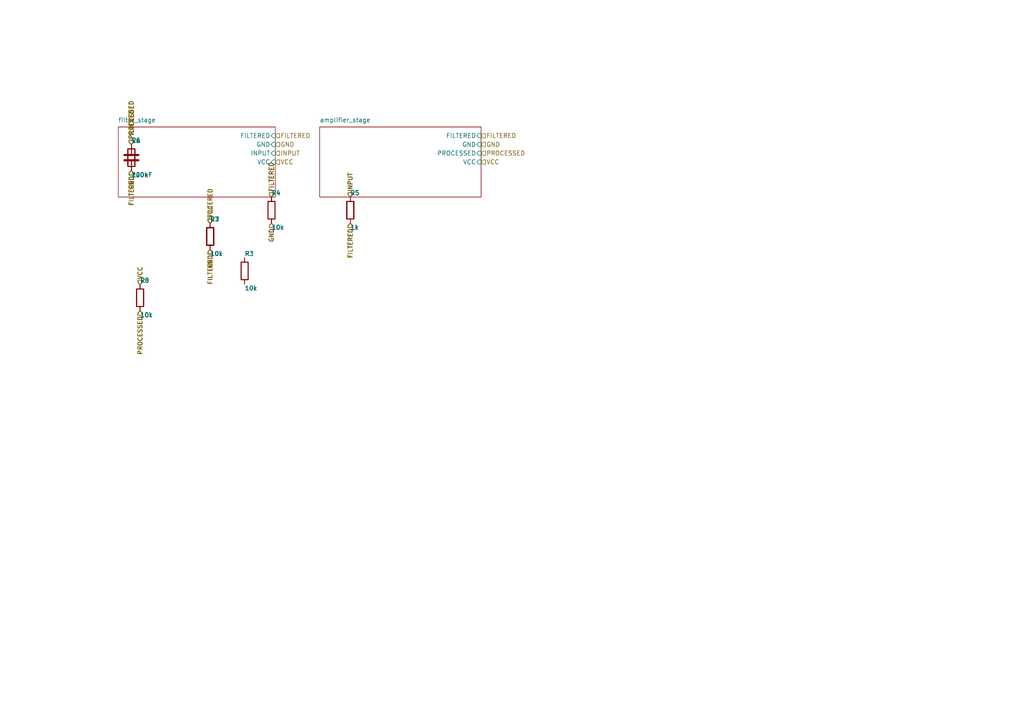
<source format=kicad_sch>
(kicad_sch (version 20250114) (generator "kicad_api") (generator_version "9.0")
  (paper "A4")
  (lib_symbols
    (symbol "Device:R" (pin_numbers hide) (pin_names (offset 0.254))
      (property "Reference" "R" (at 0 0 0))
      (property "Value" "R" (at 0 -2.54 0))
      (symbol "R_0_1"
        (rectangle (start -1.016 -2.54) (end 1.016 2.54) (stroke (width 0.254)))
      )
      (symbol "R_1_1"
        (pin passive line (at 0.0 3.81 270.0) (length 1.27) (name ~) (number "1"))
        (pin passive line (at 0.0 -3.81 90.0) (length 1.27) (name ~) (number "2"))
      )
    )
    (symbol "Device:C" (pin_numbers hide) (pin_names (offset 0.254))
      (property "Reference" "C" (at 0 0 0))
      (property "Value" "C" (at 0 -2.54 0))
      (symbol "C_0_1"
        (polyline (pts (xy -2.032 0.762) (xy 2.032 0.762)) (stroke (width 0.508)))
        (polyline (pts (xy -2.032 -0.762) (xy 2.032 -0.762)) (stroke (width 0.508)))
      )
      (symbol "C_1_1"
        (pin passive line (at 0.0 3.81 270.0) (length 2.794) (name ~) (number "1"))
        (pin passive line (at 0.0 -3.81 90.0) (length 2.794) (name ~) (number "2"))
      )
    )
  )
  (title_block (title signal_processing) (date 2025-08-04) (company Circuit-Synth))
  (symbol (lib_id "Device:R") (at 60.96 68.58 0) (unit 1) (in_bom no) (on_board no)
    (property "Reference" "R3" (at 60.96 63.58 0) (effects (justify left)))
    (property "Value" "10k" (at 60.96 73.58 0) (effects (justify left)))
    (property "Footprint" "Resistor_SMD:R_0603_1608Metric" (effects (hide yes)))
  )
  (symbol (lib_id "Device:R") (at 78.74 60.96 0) (unit 1) (in_bom no) (on_board no)
    (property "Reference" "R4" (at 78.74 55.96 0) (effects (justify left)))
    (property "Value" "10k" (at 78.74 65.96000000000001 0) (effects (justify left)))
    (property "Footprint" "Resistor_SMD:R_0603_1608Metric" (effects (hide yes)))
  )
  (symbol (lib_id "Device:R") (at 101.6 60.96 0) (unit 1) (in_bom no) (on_board no)
    (property "Reference" "R5" (at 101.6 55.96 0) (effects (justify left)))
    (property "Value" "1k" (at 101.6 65.96000000000001 0) (effects (justify left)))
    (property "Footprint" "Resistor_SMD:R_0603_1608Metric" (effects (hide yes)))
  )
  (symbol (lib_id "Device:C") (at 38.1 45.72 0) (unit 1) (in_bom no) (on_board no)
    (property "Reference" "C1" (at 38.1 40.72 0) (effects (justify left)))
    (property "Value" "100nF" (at 38.1 50.72 0) (effects (justify left)))
    (property "Footprint" "Capacitor_SMD:C_0603_1608Metric" (effects (hide yes)))
  )
  (symbol (lib_id "Device:R") (at 38.1 45.72 0) (unit 1) (in_bom no) (on_board no)
    (property "Reference" "R6" (at 38.1 40.72 0) (effects (justify left)))
    (property "Value" "100k" (at 38.1 50.72 0) (effects (justify left)))
    (property "Footprint" "Resistor_SMD:R_0603_1608Metric" (effects (hide yes)))
  )
  (symbol (lib_id "Device:R") (at 60.96 68.58 0) (unit 1) (in_bom no) (on_board no)
    (property "Reference" "R7" (at 60.96 63.58 0) (effects (justify left)))
    (property "Value" "10k" (at 60.96 73.58 0) (effects (justify left)))
    (property "Footprint" "Resistor_SMD:R_0603_1608Metric" (effects (hide yes)))
  )
  (symbol (lib_id "Device:R") (at 40.64 86.36 0) (unit 1) (in_bom no) (on_board no)
    (property "Reference" "R8" (at 40.64 81.36 0) (effects (justify left)))
    (property "Value" "10k" (at 40.64 91.36 0) (effects (justify left)))
    (property "Footprint" "Resistor_SMD:R_0603_1608Metric" (effects (hide yes)))
  )
  (symbol (lib_id "Device:R") (at 60.96 68.58 0) (unit 1) (in_bom no) (on_board no)
    (property "Reference" "R3" (at 60.96 63.58 0) (effects (justify left)))
    (property "Value" "10k" (at 60.96 73.58 0) (effects (justify left)))
    (property "Footprint" "Resistor_SMD:R_0603_1608Metric" (effects (hide yes)))
  )
  (symbol (lib_id "Device:R") (at 78.74 60.96 0) (unit 1) (in_bom no) (on_board no)
    (property "Reference" "R4" (at 78.74 55.96 0) (effects (justify left)))
    (property "Value" "10k" (at 78.74 65.96000000000001 0) (effects (justify left)))
    (property "Footprint" "Resistor_SMD:R_0603_1608Metric" (effects (hide yes)))
  )
  (symbol (lib_id "Device:R") (at 101.6 60.96 0) (unit 1) (in_bom no) (on_board no)
    (property "Reference" "R5" (at 101.6 55.96 0) (effects (justify left)))
    (property "Value" "1k" (at 101.6 65.96000000000001 0) (effects (justify left)))
    (property "Footprint" "Resistor_SMD:R_0603_1608Metric" (effects (hide yes)))
  )
  (symbol (lib_id "Device:C") (at 38.1 45.72 0) (unit 1) (in_bom no) (on_board no)
    (property "Reference" "C1" (at 38.1 40.72 0) (effects (justify left)))
    (property "Value" "100nF" (at 38.1 50.72 0) (effects (justify left)))
    (property "Footprint" "Capacitor_SMD:C_0603_1608Metric" (effects (hide yes)))
  )
  (symbol (lib_id "Device:R") (at 38.1 45.72 0) (unit 1) (in_bom no) (on_board no)
    (property "Reference" "R6" (at 38.1 40.72 0) (effects (justify left)))
    (property "Value" "100k" (at 38.1 50.72 0) (effects (justify left)))
    (property "Footprint" "Resistor_SMD:R_0603_1608Metric" (effects (hide yes)))
  )
  (symbol (lib_id "Device:R") (at 60.96 68.58 0) (unit 1) (in_bom no) (on_board no)
    (property "Reference" "R7" (at 60.96 63.58 0) (effects (justify left)))
    (property "Value" "10k" (at 60.96 73.58 0) (effects (justify left)))
    (property "Footprint" "Resistor_SMD:R_0603_1608Metric" (effects (hide yes)))
  )
  (symbol (lib_id "Device:R") (at 40.64 86.36 0) (unit 1) (in_bom no) (on_board no)
    (property "Reference" "R8" (at 40.64 81.36 0) (effects (justify left)))
    (property "Value" "10k" (at 40.64 91.36 0) (effects (justify left)))
    (property "Footprint" "Resistor_SMD:R_0603_1608Metric" (effects (hide yes)))
  )
  (symbol (lib_id "Device:R") (at 70.96 78.58 0) (unit 1) (in_bom no) (on_board no)
    (property "Reference" "R3" (at 70.96 73.58 0) (effects (justify left)))
    (property "Value" "10k" (at 70.96 83.58 0) (effects (justify left)))
    (property "Footprint" "Resistor_SMD:R_0603_1608Metric" (effects (hide yes)))
  )
  (symbol (lib_id "Device:R") (at 78.74 60.96 0) (unit 1) (in_bom no) (on_board no)
    (property "Reference" "R4" (at 78.74 55.96 0) (effects (justify left)))
    (property "Value" "10k" (at 78.74 65.96000000000001 0) (effects (justify left)))
    (property "Footprint" "Resistor_SMD:R_0603_1608Metric" (effects (hide yes)))
  )
  (symbol (lib_id "Device:R") (at 101.6 60.96 0) (unit 1) (in_bom no) (on_board no)
    (property "Reference" "R5" (at 101.6 55.96 0) (effects (justify left)))
    (property "Value" "1k" (at 101.6 65.96000000000001 0) (effects (justify left)))
    (property "Footprint" "Resistor_SMD:R_0603_1608Metric" (effects (hide yes)))
  )
  (symbol (lib_id "Device:C") (at 38.1 45.72 0) (unit 1) (in_bom no) (on_board no)
    (property "Reference" "C1" (at 38.1 40.72 0) (effects (justify left)))
    (property "Value" "100nF" (at 38.1 50.72 0) (effects (justify left)))
    (property "Footprint" "Capacitor_SMD:C_0603_1608Metric" (effects (hide yes)))
  )
  (symbol (lib_id "Device:R") (at 38.1 45.72 0) (unit 1) (in_bom no) (on_board no)
    (property "Reference" "R6" (at 38.1 40.72 0) (effects (justify left)))
    (property "Value" "220k" (at 38.1 50.72 0) (effects (justify left)))
    (property "Footprint" "Resistor_SMD:R_0603_1608Metric" (effects (hide yes)))
  )
  (symbol (lib_id "Device:R") (at 60.96 68.58 0) (unit 1) (in_bom no) (on_board no)
    (property "Reference" "R7" (at 60.96 63.58 0) (effects (justify left)))
    (property "Value" "10k" (at 60.96 73.58 0) (effects (justify left)))
    (property "Footprint" "Resistor_SMD:R_0603_1608Metric" (effects (hide yes)))
  )
  (symbol (lib_id "Device:R") (at 40.64 86.36 0) (unit 1) (in_bom no) (on_board no)
    (property "Reference" "R8" (at 40.64 81.36 0) (effects (justify left)))
    (property "Value" "10k" (at 40.64 91.36 0) (effects (justify left)))
    (property "Footprint" "Resistor_SMD:R_0603_1608Metric" (effects (hide yes)))
  )
  (symbol (lib_id "Device:R") (at 70.96 78.58 0) (unit 1) (in_bom no) (on_board no)
    (property "Reference" "R3" (at 70.96 73.58 0) (effects (justify left)))
    (property "Value" "10k" (at 70.96 83.58 0) (effects (justify left)))
    (property "Footprint" "Resistor_SMD:R_0603_1608Metric" (effects (hide yes)))
  )
  (symbol (lib_id "Device:R") (at 78.74 60.96 0) (unit 1) (in_bom no) (on_board no)
    (property "Reference" "R4" (at 78.74 55.96 0) (effects (justify left)))
    (property "Value" "10k" (at 78.74 65.96000000000001 0) (effects (justify left)))
    (property "Footprint" "Resistor_SMD:R_0603_1608Metric" (effects (hide yes)))
  )
  (symbol (lib_id "Device:R") (at 101.6 60.96 0) (unit 1) (in_bom no) (on_board no)
    (property "Reference" "R5" (at 101.6 55.96 0) (effects (justify left)))
    (property "Value" "1k" (at 101.6 65.96000000000001 0) (effects (justify left)))
    (property "Footprint" "Resistor_SMD:R_0603_1608Metric" (effects (hide yes)))
  )
  (symbol (lib_id "Device:C") (at 38.1 45.72 0) (unit 1) (in_bom no) (on_board no)
    (property "Reference" "C1" (at 38.1 40.72 0) (effects (justify left)))
    (property "Value" "100nF" (at 38.1 50.72 0) (effects (justify left)))
    (property "Footprint" "Capacitor_SMD:C_0603_1608Metric" (effects (hide yes)))
  )
  (symbol (lib_id "Device:R") (at 38.1 45.72 0) (unit 1) (in_bom no) (on_board no)
    (property "Reference" "R6" (at 38.1 40.72 0) (effects (justify left)))
    (property "Value" "100k" (at 38.1 50.72 0) (effects (justify left)))
    (property "Footprint" "Resistor_SMD:R_0603_1608Metric" (effects (hide yes)))
  )
  (symbol (lib_id "Device:R") (at 60.96 68.58 0) (unit 1) (in_bom no) (on_board no)
    (property "Reference" "R7" (at 60.96 63.58 0) (effects (justify left)))
    (property "Value" "10k" (at 60.96 73.58 0) (effects (justify left)))
    (property "Footprint" "Resistor_SMD:R_0603_1608Metric" (effects (hide yes)))
  )
  (symbol (lib_id "Device:R") (at 40.64 86.36 0) (unit 1) (in_bom no) (on_board no)
    (property "Reference" "R8" (at 40.64 81.36 0) (effects (justify left)))
    (property "Value" "10k" (at 40.64 91.36 0) (effects (justify left)))
    (property "Footprint" "Resistor_SMD:R_0603_1608Metric" (effects (hide yes)))
  )
  (hierarchical_label FILTERED (shape input) (at 79.85 39.37 0))
  (hierarchical_label GND (shape input) (at 79.85 41.910000000000004 0))
  (hierarchical_label INPUT (shape input) (at 79.85 44.45 0))
  (hierarchical_label VCC (shape input) (at 79.85 46.99 0))
  (hierarchical_label FILTERED (shape input) (at 139.54000000000002 39.37 0))
  (hierarchical_label GND (shape input) (at 139.54000000000002 41.910000000000004 0))
  (hierarchical_label PROCESSED (shape input) (at 139.54000000000002 44.45 0))
  (hierarchical_label VCC (shape input) (at 139.54000000000002 46.99 0))
  (hierarchical_label VCC (shape input) (at 60.96 64.77 90))
  (hierarchical_label FILTERED (shape input) (at 60.96 72.39 270))
  (hierarchical_label FILTERED (shape input) (at 78.74 57.15 90))
  (hierarchical_label FILTERED (shape input) (at 101.6 64.77 270))
  (hierarchical_label FILTERED (shape input) (at 38.1 41.91 90))
  (hierarchical_label GND (shape input) (at 78.74 64.77 270))
  (hierarchical_label GND (shape input) (at 38.1 49.53 270))
  (hierarchical_label INPUT (shape input) (at 101.6 57.15 90))
  (hierarchical_label PROCESSED (shape input) (at 38.1 41.91 90))
  (hierarchical_label PROCESSED (shape input) (at 40.64 90.17 270))
  (hierarchical_label FILTERED (shape input) (at 38.1 49.53 270))
  (hierarchical_label FILTERED (shape input) (at 60.96 64.77 90))
  (hierarchical_label GND (shape input) (at 60.96 72.39 270))
  (hierarchical_label VCC (shape input) (at 40.64 82.55 90))
  (hierarchical_label VCC (shape input) (at 60.96 64.77 90))
  (hierarchical_label FILTERED (shape input) (at 60.96 72.39 270))
  (hierarchical_label FILTERED (shape input) (at 78.74 57.15 90))
  (hierarchical_label FILTERED (shape input) (at 101.6 64.77 270))
  (hierarchical_label FILTERED (shape input) (at 38.1 41.91 90))
  (hierarchical_label GND (shape input) (at 78.74 64.77 270))
  (hierarchical_label GND (shape input) (at 38.1 49.53 270))
  (hierarchical_label INPUT (shape input) (at 101.6 57.15 90))
  (hierarchical_label PROCESSED (shape input) (at 38.1 41.91 90))
  (hierarchical_label PROCESSED (shape input) (at 40.64 90.17 270))
  (hierarchical_label FILTERED (shape input) (at 38.1 49.53 270))
  (hierarchical_label FILTERED (shape input) (at 60.96 64.77 90))
  (hierarchical_label GND (shape input) (at 60.96 72.39 270))
  (hierarchical_label VCC (shape input) (at 40.64 82.55 90))
  (hierarchical_label VCC (shape input) (at 60.96 64.77 90))
  (hierarchical_label FILTERED (shape input) (at 60.96 72.39 270))
  (hierarchical_label FILTERED (shape input) (at 78.74 57.15 90))
  (hierarchical_label FILTERED (shape input) (at 101.6 64.77 270))
  (hierarchical_label FILTERED (shape input) (at 38.1 41.91 90))
  (hierarchical_label GND (shape input) (at 78.74 64.77 270))
  (hierarchical_label GND (shape input) (at 38.1 49.53 270))
  (hierarchical_label INPUT (shape input) (at 101.6 57.15 90))
  (hierarchical_label PROCESSED (shape input) (at 38.1 41.91 90))
  (hierarchical_label PROCESSED (shape input) (at 40.64 90.17 270))
  (hierarchical_label FILTERED (shape input) (at 38.1 49.53 270))
  (hierarchical_label FILTERED (shape input) (at 60.96 64.77 90))
  (hierarchical_label GND (shape input) (at 60.96 72.39 270))
  (hierarchical_label VCC (shape input) (at 40.64 82.55 90))
  (hierarchical_label VCC (shape input) (at 60.96 64.77 90))
  (hierarchical_label FILTERED (shape input) (at 60.96 72.39 270))
  (hierarchical_label FILTERED (shape input) (at 78.74 57.15 90))
  (hierarchical_label FILTERED (shape input) (at 101.6 64.77 270))
  (hierarchical_label FILTERED (shape input) (at 38.1 41.91 90))
  (hierarchical_label GND (shape input) (at 78.74 64.77 270))
  (hierarchical_label GND (shape input) (at 38.1 49.53 270))
  (hierarchical_label INPUT (shape input) (at 101.6 57.15 90))
  (hierarchical_label PROCESSED (shape input) (at 38.1 41.91 90))
  (hierarchical_label PROCESSED (shape input) (at 40.64 90.17 270))
  (hierarchical_label FILTERED (shape input) (at 38.1 49.53 270))
  (hierarchical_label FILTERED (shape input) (at 60.96 64.77 90))
  (hierarchical_label GND (shape input) (at 60.96 72.39 270))
  (hierarchical_label VCC (shape input) (at 40.64 82.55 90))
  (sheet (at 34.29 36.83) (size 45.56 20.32) (stroke (width 0.12)) (fill (color 0 0 0 0.0))
    (property "Sheetname" "filter_stage" (at 34.29 35.559999999999995 0) (effects (justify left bottom)))
    (property "Sheetfile" "filter_stage.kicad_sch" (effects (hide yes)))
    (pin FILTERED input (at 78.58 39.37 0))
    (pin GND input (at 78.58 41.910000000000004 0))
    (pin INPUT input (at 78.58 44.45 0))
    (pin VCC input (at 78.58 46.99 0))
  )
  (sheet (at 92.71000000000001 36.83) (size 46.83 20.32) (stroke (width 0.12)) (fill (color 0 0 0 0.0))
    (property "Sheetname" "amplifier_stage" (at 92.71000000000001 35.559999999999995 0) (effects (justify left bottom)))
    (property "Sheetfile" "amplifier_stage.kicad_sch" (effects (hide yes)))
    (pin FILTERED input (at 138.27 39.37 0))
    (pin GND input (at 138.27 41.910000000000004 0))
    (pin PROCESSED input (at 138.27 44.45 0))
    (pin VCC input (at 138.27 46.99 0))
  )
)
</source>
